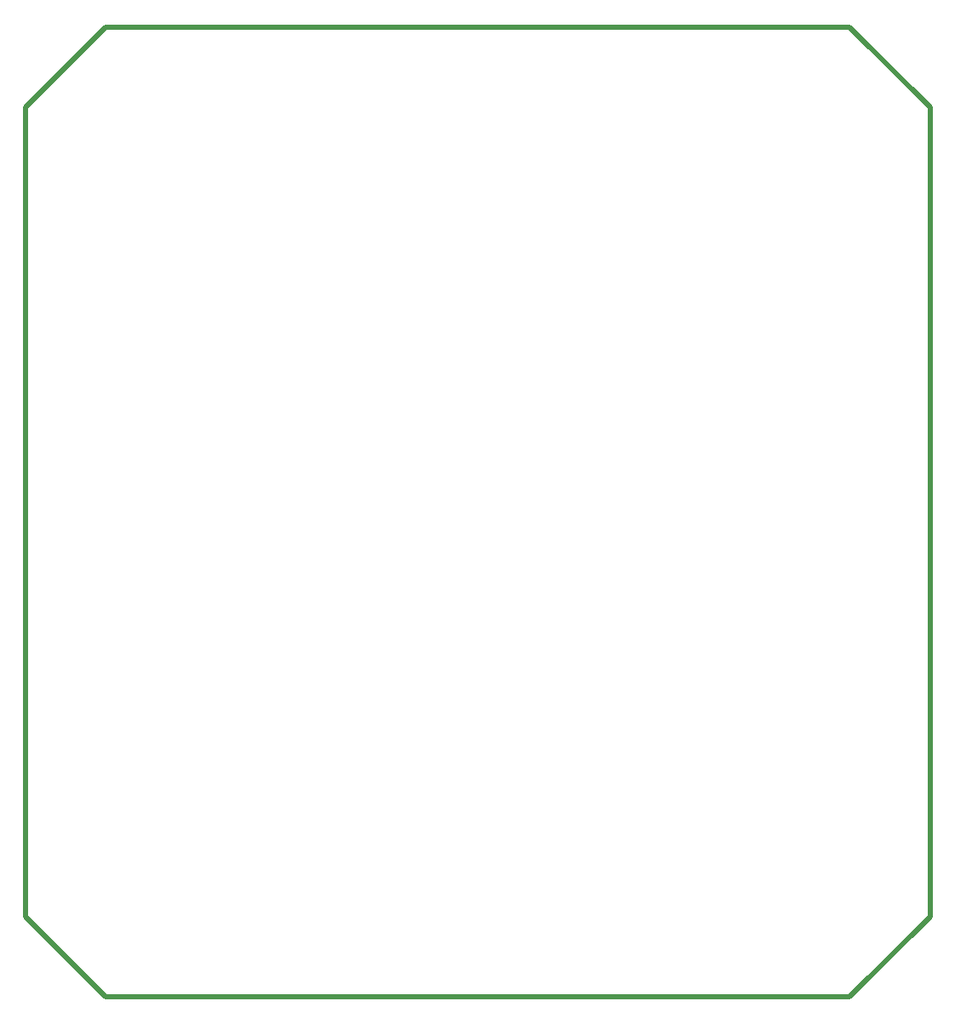
<source format=gko>
%FSLAX33Y33*%
%MOMM*%
%ADD10C,0.508*%
D10*
%LNpath-0*%
G01*
X0Y8000D02*
X0Y88500D01*
X8000Y96500*
X82000Y96500*
X90000Y88500*
X90000Y8000*
X82000Y0*
X8000Y0*
X0Y8000*
%LNmechanical details_traces*%
M02*
</source>
